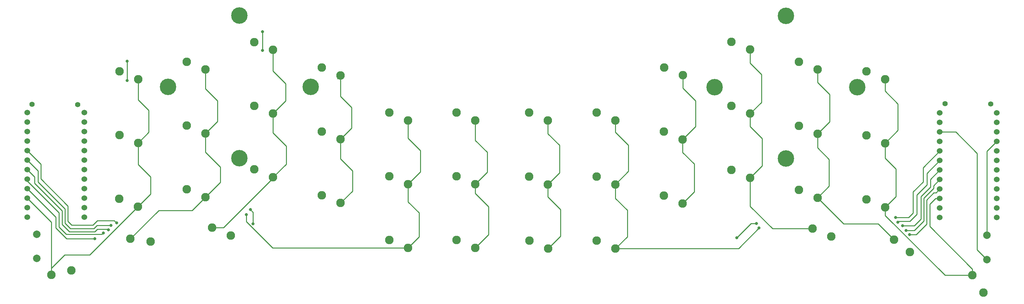
<source format=gbr>
%TF.GenerationSoftware,KiCad,Pcbnew,(6.0.5-0)*%
%TF.CreationDate,2022-06-22T19:04:36-07:00*%
%TF.ProjectId,Swept_3x6,53776570-745f-4337-9836-2e6b69636164,rev?*%
%TF.SameCoordinates,Original*%
%TF.FileFunction,Copper,L1,Top*%
%TF.FilePolarity,Positive*%
%FSLAX46Y46*%
G04 Gerber Fmt 4.6, Leading zero omitted, Abs format (unit mm)*
G04 Created by KiCad (PCBNEW (6.0.5-0)) date 2022-06-22 19:04:36*
%MOMM*%
%LPD*%
G01*
G04 APERTURE LIST*
%TA.AperFunction,ComponentPad*%
%ADD10C,1.524000*%
%TD*%
%TA.AperFunction,ComponentPad*%
%ADD11C,2.282000*%
%TD*%
%TA.AperFunction,ComponentPad*%
%ADD12C,2.000000*%
%TD*%
%TA.AperFunction,ComponentPad*%
%ADD13C,4.400000*%
%TD*%
%TA.AperFunction,ComponentPad*%
%ADD14C,1.397000*%
%TD*%
%TA.AperFunction,ViaPad*%
%ADD15C,0.800000*%
%TD*%
%TA.AperFunction,Conductor*%
%ADD16C,0.250000*%
%TD*%
G04 APERTURE END LIST*
D10*
%TO.P,U1,1,TX*%
%TO.N,unconnected-(U1-Pad1)*%
X277659800Y-49850000D03*
%TO.P,U1,2,RX*%
%TO.N,unconnected-(U1-Pad2)*%
X277659800Y-52390000D03*
%TO.P,U1,3,GND*%
%TO.N,gnd*%
X277659800Y-54930000D03*
%TO.P,U1,4,GND*%
X277659800Y-57470000D03*
%TO.P,U1,5,SDA*%
%TO.N,unconnected-(U1-Pad5)*%
X277659800Y-60010000D03*
%TO.P,U1,6,SCL*%
%TO.N,unconnected-(U1-Pad6)*%
X277659800Y-62550000D03*
%TO.P,U1,7,D4*%
%TO.N,row_0*%
X277659800Y-65090000D03*
%TO.P,U1,8,C6*%
%TO.N,row_1*%
X277659800Y-67630000D03*
%TO.P,U1,9,D7*%
%TO.N,row_2*%
X277659800Y-70170000D03*
%TO.P,U1,10,E6*%
%TO.N,row_3*%
X277659800Y-72710000D03*
%TO.P,U1,11,B4*%
%TO.N,unconnected-(U1-Pad11)*%
X277659800Y-75250000D03*
%TO.P,U1,12,B5*%
%TO.N,unconnected-(U1-Pad12)*%
X277659800Y-77790000D03*
%TO.P,U1,13,B6*%
%TO.N,unconnected-(U1-Pad13)*%
X262439800Y-77790000D03*
%TO.P,U1,14,B2*%
%TO.N,unconnected-(U1-Pad14)*%
X262439800Y-75250000D03*
%TO.P,U1,15,B3*%
%TO.N,col5*%
X262439800Y-72710000D03*
%TO.P,U1,16,B1*%
%TO.N,col4*%
X262439800Y-70170000D03*
%TO.P,U1,17,F7*%
%TO.N,col3*%
X262439800Y-67630000D03*
%TO.P,U1,18,F6*%
%TO.N,col2*%
X262439800Y-65090000D03*
%TO.P,U1,19,F5*%
%TO.N,col1*%
X262439800Y-62550000D03*
%TO.P,U1,20,F4*%
%TO.N,col0*%
X262439800Y-60010000D03*
%TO.P,U1,21,VCC*%
%TO.N,vcc*%
X262439800Y-57470000D03*
%TO.P,U1,22,RST*%
%TO.N,reset*%
X262439800Y-54930000D03*
%TO.P,U1,23,GND*%
%TO.N,gnd*%
X262439800Y-52390000D03*
%TO.P,U1,24,RAW*%
%TO.N,raw*%
X262439800Y-49850000D03*
%TD*%
D11*
%TO.P,SW16,1,1*%
%TO.N,col2*%
X193776600Y-74022800D03*
%TO.P,SW16,2,2*%
%TO.N,Net-(D14-Pad2)*%
X188776600Y-71922800D03*
%TD*%
%TO.P,SW20,1,1*%
%TO.N,col3*%
X228473000Y-80739400D03*
%TO.P,SW20,2,2*%
%TO.N,Net-(D18-Pad2)*%
X233473000Y-82839400D03*
%TD*%
%TO.P,SW15,1,1*%
%TO.N,col1*%
X175818800Y-86037000D03*
%TO.P,SW15,2,2*%
%TO.N,Net-(D13-Pad2)*%
X170818800Y-83937000D03*
%TD*%
%TO.P,SW21,1,1*%
%TO.N,col4*%
X250193032Y-83658238D03*
%TO.P,SW21,2,2*%
%TO.N,Net-(D19-Pad2)*%
X254479142Y-86980777D03*
%TD*%
%TO.P,SW17,1,1*%
%TO.N,col3*%
X211785200Y-67139400D03*
%TO.P,SW17,2,2*%
%TO.N,Net-(D15-Pad2)*%
X206785200Y-65039400D03*
%TD*%
%TO.P,SW18,1,1*%
%TO.N,col4*%
X229793800Y-72498800D03*
%TO.P,SW18,2,2*%
%TO.N,Net-(D16-Pad2)*%
X224793800Y-70398800D03*
%TD*%
%TO.P,SW4,1,1*%
%TO.N,col2*%
X193802000Y-39783600D03*
%TO.P,SW4,2,2*%
%TO.N,Net-(D2-Pad2)*%
X188802000Y-37683600D03*
%TD*%
%TO.P,SW3,1,1*%
%TO.N,col1*%
X175793400Y-51823200D03*
%TO.P,SW3,2,2*%
%TO.N,Net-(D1-Pad2)*%
X170793400Y-49723200D03*
%TD*%
%TO.P,SW9,1,1*%
%TO.N,col1*%
X175793400Y-68917400D03*
%TO.P,SW9,2,2*%
%TO.N,Net-(D7-Pad2)*%
X170793400Y-66817400D03*
%TD*%
%TO.P,SW14,1,1*%
%TO.N,col0*%
X157810200Y-86062400D03*
%TO.P,SW14,2,2*%
%TO.N,Net-(D12-Pad2)*%
X152810200Y-83962400D03*
%TD*%
%TO.P,SW12,1,1*%
%TO.N,col4*%
X229793800Y-55379200D03*
%TO.P,SW12,2,2*%
%TO.N,Net-(D10-Pad2)*%
X224793800Y-53279200D03*
%TD*%
%TO.P,SW11,1,1*%
%TO.N,col3*%
X211785200Y-50019800D03*
%TO.P,SW11,2,2*%
%TO.N,Net-(D9-Pad2)*%
X206785200Y-47919800D03*
%TD*%
%TO.P,SW8,1,1*%
%TO.N,col0*%
X157784800Y-68942800D03*
%TO.P,SW8,2,2*%
%TO.N,Net-(D6-Pad2)*%
X152784800Y-66842800D03*
%TD*%
%TO.P,SW6,1,1*%
%TO.N,col4*%
X229819200Y-38259600D03*
%TO.P,SW6,2,2*%
%TO.N,Net-(D4-Pad2)*%
X224819200Y-36159600D03*
%TD*%
%TO.P,SW5,1,1*%
%TO.N,col3*%
X211810600Y-32925600D03*
%TO.P,SW5,2,2*%
%TO.N,Net-(D3-Pad2)*%
X206810600Y-30825600D03*
%TD*%
%TO.P,SW2,1,1*%
%TO.N,col0*%
X157784800Y-51823200D03*
%TO.P,SW2,2,2*%
%TO.N,Net-(D0-Pad2)*%
X152784800Y-49723200D03*
%TD*%
D12*
%TO.P,RSW1,1,1*%
%TO.N,gnd*%
X275031200Y-82500400D03*
%TO.P,RSW1,2,2*%
%TO.N,reset*%
X275031200Y-89000400D03*
%TD*%
D11*
%TO.P,SW10,1,1*%
%TO.N,col2*%
X193776600Y-56903200D03*
%TO.P,SW10,2,2*%
%TO.N,Net-(D8-Pad2)*%
X188776600Y-54803200D03*
%TD*%
D13*
%TO.P,REF\u002A\u002A,1*%
%TO.N,N/C*%
X240352000Y-42936000D03*
X202252000Y-42936000D03*
X221302000Y-23886000D03*
X221302000Y-61986000D03*
%TD*%
D10*
%TO.P,U2,1,TX*%
%TO.N,unconnected-(U2-Pad1)*%
X33942000Y-49722800D03*
%TO.P,U2,2,RX*%
%TO.N,unconnected-(U2-Pad2)*%
X33942000Y-52262800D03*
%TO.P,U2,3,GND*%
%TO.N,gnd_r*%
X33942000Y-54802800D03*
%TO.P,U2,4,GND*%
X33942000Y-57342800D03*
%TO.P,U2,5,SDA*%
%TO.N,unconnected-(U2-Pad5)*%
X33942000Y-59882800D03*
%TO.P,U2,6,SCL*%
%TO.N,unconnected-(U2-Pad6)*%
X33942000Y-62422800D03*
%TO.P,U2,7,D4*%
%TO.N,row_0r*%
X33942000Y-64962800D03*
%TO.P,U2,8,C6*%
%TO.N,row_1r*%
X33942000Y-67502800D03*
%TO.P,U2,9,D7*%
%TO.N,row_2r*%
X33942000Y-70042800D03*
%TO.P,U2,10,E6*%
%TO.N,row_3r*%
X33942000Y-72582800D03*
%TO.P,U2,11,B4*%
%TO.N,unconnected-(U2-Pad11)*%
X33942000Y-75122800D03*
%TO.P,U2,12,B5*%
%TO.N,unconnected-(U2-Pad12)*%
X33942000Y-77662800D03*
%TO.P,U2,13,B6*%
%TO.N,unconnected-(U2-Pad13)*%
X18722000Y-77662800D03*
%TO.P,U2,14,B2*%
%TO.N,unconnected-(U2-Pad14)*%
X18722000Y-75122800D03*
%TO.P,U2,15,B3*%
%TO.N,col5r*%
X18722000Y-72582800D03*
%TO.P,U2,16,B1*%
%TO.N,col4r*%
X18722000Y-70042800D03*
%TO.P,U2,17,F7*%
%TO.N,col3r*%
X18722000Y-67502800D03*
%TO.P,U2,18,F6*%
%TO.N,col2r*%
X18722000Y-64962800D03*
%TO.P,U2,19,F5*%
%TO.N,col1r*%
X18722000Y-62422800D03*
%TO.P,U2,20,F4*%
%TO.N,col0r*%
X18722000Y-59882800D03*
%TO.P,U2,21,VCC*%
%TO.N,vcc_r*%
X18722000Y-57342800D03*
%TO.P,U2,22,RST*%
%TO.N,reset_r*%
X18722000Y-54802800D03*
%TO.P,U2,23,GND*%
%TO.N,gnd_r*%
X18722000Y-52262800D03*
%TO.P,U2,24,RAW*%
%TO.N,raw_r*%
X18722000Y-49722800D03*
%TD*%
D11*
%TO.P,SW17_r1,1,1*%
%TO.N,col3r*%
X84378800Y-67012400D03*
%TO.P,SW17_r1,2,2*%
%TO.N,Net-(SW17_r1-Pad2)*%
X79378800Y-64912400D03*
%TD*%
%TO.P,SW11_r1,1,1*%
%TO.N,col3r*%
X84353400Y-50019800D03*
%TO.P,SW11_r1,2,2*%
%TO.N,Net-(SW11_r1-Pad2)*%
X79353400Y-47919800D03*
%TD*%
%TO.P,SW15_r1,1,1*%
%TO.N,col1r*%
X120396000Y-85859200D03*
%TO.P,SW15_r1,2,2*%
%TO.N,Net-(Dr13-Pad2)*%
X115396000Y-83759200D03*
%TD*%
%TO.P,SW18_r1,1,1*%
%TO.N,col4r*%
X66344800Y-72321000D03*
%TO.P,SW18_r1,2,2*%
%TO.N,Net-(SW18_r1-Pad2)*%
X61344800Y-70221000D03*
%TD*%
%TO.P,SW6_r1,1,1*%
%TO.N,col4r*%
X66344800Y-38259600D03*
%TO.P,SW6_r1,2,2*%
%TO.N,Net-(Dr4-Pad2)*%
X61344800Y-36159600D03*
%TD*%
%TO.P,SW5_r1,1,1*%
%TO.N,col3r*%
X84378800Y-33001800D03*
%TO.P,SW5_r1,2,2*%
%TO.N,Net-(SW5_r1-Pad2)*%
X79378800Y-30901800D03*
%TD*%
%TO.P,SW2_r1,1,1*%
%TO.N,col0r*%
X138404600Y-51874000D03*
%TO.P,SW2_r1,2,2*%
%TO.N,Net-(Dr0-Pad2)*%
X133404600Y-49774000D03*
%TD*%
%TO.P,SW16_r1,1,1*%
%TO.N,col2r*%
X102412800Y-73895800D03*
%TO.P,SW16_r1,2,2*%
%TO.N,Net-(SW16_r1-Pad2)*%
X97412800Y-71795800D03*
%TD*%
%TO.P,SW4_r1,1,1*%
%TO.N,col2r*%
X102387400Y-39834400D03*
%TO.P,SW4_r1,2,2*%
%TO.N,Net-(Dr2-Pad2)*%
X97387400Y-37734400D03*
%TD*%
%TO.P,SW13_r1,1,1*%
%TO.N,col5r*%
X48336200Y-57843000D03*
%TO.P,SW13_r1,2,2*%
%TO.N,Net-(Dr11-Pad2)*%
X43336200Y-55743000D03*
%TD*%
%TO.P,SW12_r1,1,1*%
%TO.N,col4r*%
X66344800Y-55328400D03*
%TO.P,SW12_r1,2,2*%
%TO.N,Net-(Dr10-Pad2)*%
X61344800Y-53228400D03*
%TD*%
%TO.P,SW3_r1,1,1*%
%TO.N,col1r*%
X120396000Y-51874000D03*
%TO.P,SW3_r1,2,2*%
%TO.N,Net-(SW3_r1-Pad2)*%
X115396000Y-49774000D03*
%TD*%
%TO.P,SW8_r1,1,1*%
%TO.N,col0r*%
X138379200Y-68866600D03*
%TO.P,SW8_r1,2,2*%
%TO.N,Net-(SW8_r1-Pad2)*%
X133379200Y-66766600D03*
%TD*%
%TO.P,SW21_r1,1,1*%
%TO.N,col4r*%
X46250368Y-83455038D03*
%TO.P,SW21_r1,2,2*%
%TO.N,Net-(SW21_r1-Pad2)*%
X51623517Y-84189387D03*
%TD*%
%TO.P,SW9_r1,1,1*%
%TO.N,col1r*%
X120396000Y-68866600D03*
%TO.P,SW9_r1,2,2*%
%TO.N,Net-(SW9_r1-Pad2)*%
X115396000Y-66766600D03*
%TD*%
%TO.P,SW20_r1,1,1*%
%TO.N,col3r*%
X68072000Y-80510800D03*
%TO.P,SW20_r1,2,2*%
%TO.N,Net-(Dr18-Pad2)*%
X73072000Y-82610800D03*
%TD*%
%TO.P,SW7_r1,1,1*%
%TO.N,col5r*%
X48336200Y-40850400D03*
%TO.P,SW7_r1,2,2*%
%TO.N,Net-(Dr5-Pad2)*%
X43336200Y-38750400D03*
%TD*%
D13*
%TO.P,REF\u002A\u002A,1*%
%TO.N,N/C*%
X94407400Y-42878400D03*
X56307400Y-42878400D03*
X75357400Y-61928400D03*
X75357400Y-23828400D03*
%TD*%
D12*
%TO.P,RSW2,1,1*%
%TO.N,gnd_r*%
X21285200Y-88721000D03*
%TO.P,RSW2,2,2*%
%TO.N,reset_r*%
X21285200Y-82221000D03*
%TD*%
D11*
%TO.P,SW13,1,1*%
%TO.N,col5*%
X247827800Y-57944600D03*
%TO.P,SW13,2,2*%
%TO.N,Net-(D11-Pad2)*%
X242827800Y-55844600D03*
%TD*%
%TO.P,SW22,1,1*%
%TO.N,col5*%
X271150901Y-93211003D03*
%TO.P,SW22,2,2*%
%TO.N,Net-(D20-Pad2)*%
X274042151Y-97799104D03*
%TD*%
%TO.P,SW19,1,1*%
%TO.N,col5*%
X247827800Y-75064200D03*
%TO.P,SW19,2,2*%
%TO.N,Net-(D17-Pad2)*%
X242827800Y-72964200D03*
%TD*%
%TO.P,SW19_r1,1,1*%
%TO.N,col5r*%
X48310800Y-74861000D03*
%TO.P,SW19_r1,2,2*%
%TO.N,Net-(Dr17-Pad2)*%
X43310800Y-72761000D03*
%TD*%
D14*
%TO.P,+,1,1*%
%TO.N,BT+*%
X263855200Y-47396400D03*
%TD*%
D11*
%TO.P,SW10_r1,1,1*%
%TO.N,col2r*%
X102387400Y-56877800D03*
%TO.P,SW10_r1,2,2*%
%TO.N,Net-(SW10_r1-Pad2)*%
X97387400Y-54777800D03*
%TD*%
%TO.P,SW22_r1,1,1*%
%TO.N,col5r*%
X25200435Y-93078933D03*
%TO.P,SW22_r1,2,2*%
%TO.N,Net-(Dr20-Pad2)*%
X30500706Y-91931270D03*
%TD*%
D14*
%TO.P,-,1,1*%
%TO.N,gnd*%
X275996400Y-47447200D03*
%TD*%
%TO.P,+,1,1*%
%TO.N,BT+_r*%
X20040600Y-47574200D03*
%TD*%
D11*
%TO.P,SW14_r1,1,1*%
%TO.N,col0r*%
X138379200Y-85884600D03*
%TO.P,SW14_r1,2,2*%
%TO.N,Net-(Dr12-Pad2)*%
X133379200Y-83784600D03*
%TD*%
%TO.P,SW7,1,1*%
%TO.N,col5*%
X247827800Y-40825000D03*
%TO.P,SW7,2,2*%
%TO.N,Net-(D5-Pad2)*%
X242827800Y-38725000D03*
%TD*%
D14*
%TO.P,-,1,1*%
%TO.N,gnd_r*%
X32207200Y-47625000D03*
%TD*%
D15*
%TO.N,col0*%
X208178400Y-83185000D03*
X250596400Y-77749400D03*
X213436200Y-79349600D03*
%TO.N,col1*%
X251231400Y-79070200D03*
X214172800Y-80568800D03*
%TO.N,col2*%
X252526800Y-79933800D03*
%TO.N,col3*%
X253390400Y-81254600D03*
%TO.N,col4*%
X254381000Y-82296000D03*
%TO.N,row_0r*%
X81534000Y-33172400D03*
X81534000Y-28168600D03*
X45389800Y-36042600D03*
X45389800Y-41173400D03*
%TO.N,col0r*%
X79044800Y-79425800D03*
X78308200Y-75641200D03*
X42595800Y-79222600D03*
%TO.N,col1r*%
X77241400Y-77038200D03*
X41122600Y-79883000D03*
%TO.N,col2r*%
X40411400Y-81051400D03*
%TO.N,col3r*%
X39039800Y-81889600D03*
%TO.N,col4r*%
X36779200Y-83464400D03*
%TD*%
D16*
%TO.N,gnd*%
X275031200Y-82500400D02*
X275031200Y-60098600D01*
X275031200Y-60098600D02*
X277659800Y-57470000D01*
%TO.N,reset*%
X272389600Y-60629800D02*
X272389600Y-86358800D01*
X272389600Y-86358800D02*
X275031200Y-89000400D01*
X262439800Y-54930000D02*
X266689800Y-54930000D01*
X266689800Y-54930000D02*
X272389600Y-60629800D01*
%TO.N,col0*%
X160883600Y-58496200D02*
X160883600Y-65844000D01*
X208178400Y-83185000D02*
X212013800Y-79349600D01*
X161137600Y-82735000D02*
X157810200Y-86062400D01*
X161137600Y-75641200D02*
X161137600Y-82735000D01*
X160883600Y-65844000D02*
X157784800Y-68942800D01*
X255295400Y-70942200D02*
X257987800Y-68249800D01*
X257987800Y-68249800D02*
X257987800Y-64462000D01*
X157784800Y-55397400D02*
X160883600Y-58496200D01*
X157784800Y-51823200D02*
X157784800Y-55397400D01*
X255295400Y-76555600D02*
X255295400Y-70942200D01*
X157784800Y-68942800D02*
X157784800Y-72288400D01*
X257987800Y-64462000D02*
X262439800Y-60010000D01*
X212013800Y-79349600D02*
X213436200Y-79349600D01*
X157784800Y-72288400D02*
X161137600Y-75641200D01*
X254101600Y-77749400D02*
X255295400Y-76555600D01*
X250596400Y-77749400D02*
X254101600Y-77749400D01*
%TO.N,col1*%
X178968400Y-75844400D02*
X178968400Y-82887400D01*
X175818800Y-86037000D02*
X208704600Y-86037000D01*
X254431800Y-78816200D02*
X256336800Y-76911200D01*
X179273200Y-65437600D02*
X175793400Y-68917400D01*
X208704600Y-86037000D02*
X214172800Y-80568800D01*
X251485400Y-78816200D02*
X254431800Y-78816200D01*
X175793400Y-51823200D02*
X175793400Y-54991000D01*
X259003800Y-69062600D02*
X259003800Y-65986000D01*
X178968400Y-82887400D02*
X175818800Y-86037000D01*
X179273200Y-58470800D02*
X179273200Y-65437600D01*
X256336800Y-76911200D02*
X256336800Y-71729600D01*
X175793400Y-72669400D02*
X178968400Y-75844400D01*
X175793400Y-54991000D02*
X179273200Y-58470800D01*
X256336800Y-71729600D02*
X259003800Y-69062600D01*
X175793400Y-68917400D02*
X175793400Y-72669400D01*
X259003800Y-65986000D02*
X262439800Y-62550000D01*
X251231400Y-79070200D02*
X251485400Y-78816200D01*
%TO.N,col2*%
X193802000Y-39936000D02*
X194290000Y-39936000D01*
X252526800Y-79933800D02*
X255625600Y-79933800D01*
X193776600Y-60375800D02*
X196875400Y-63474600D01*
X197231000Y-53448800D02*
X193776600Y-56903200D01*
X193776600Y-56903200D02*
X193776600Y-60375800D01*
X257403600Y-72136000D02*
X259918200Y-69621400D01*
X259918200Y-69621400D02*
X259918200Y-67611600D01*
X259918200Y-67611600D02*
X262439800Y-65090000D01*
X196875400Y-70924000D02*
X193776600Y-74022800D01*
X196875400Y-63474600D02*
X196875400Y-70924000D01*
X193802000Y-39783600D02*
X193802000Y-43180000D01*
X193802000Y-43180000D02*
X197231000Y-46609000D01*
X257403600Y-78155800D02*
X257403600Y-72136000D01*
X255625600Y-79933800D02*
X257403600Y-78155800D01*
X197231000Y-46609000D02*
X197231000Y-53448800D01*
%TO.N,col3*%
X255600200Y-81254600D02*
X258140200Y-78714600D01*
X217747000Y-80739400D02*
X228473000Y-80739400D01*
X258140200Y-78714600D02*
X258140200Y-72618600D01*
X214985600Y-56692800D02*
X214985600Y-63939000D01*
X214807800Y-46997200D02*
X211785200Y-50019800D01*
X260756400Y-70002400D02*
X260781800Y-70002400D01*
X253390400Y-81254600D02*
X255600200Y-81254600D01*
X260781800Y-70002400D02*
X260781800Y-69288000D01*
X211785200Y-67139400D02*
X211785200Y-74777600D01*
X260781800Y-69288000D02*
X262439800Y-67630000D01*
X214807800Y-39547800D02*
X214807800Y-46997200D01*
X211810600Y-32925600D02*
X211810600Y-36550600D01*
X211785200Y-53492400D02*
X214985600Y-56692800D01*
X211785200Y-50019800D02*
X211785200Y-53492400D01*
X214985600Y-63939000D02*
X211785200Y-67139400D01*
X211810600Y-36550600D02*
X214807800Y-39547800D01*
X211785200Y-74777600D02*
X217747000Y-80739400D01*
X258140200Y-72618600D02*
X260756400Y-70002400D01*
%TO.N,col4*%
X254381000Y-82296000D02*
X256159000Y-82296000D01*
X260807200Y-71170800D02*
X261439000Y-71170800D01*
X232892600Y-62230000D02*
X232892600Y-69400000D01*
X229819200Y-41681400D02*
X233019600Y-44881800D01*
X258902200Y-73075800D02*
X260807200Y-71170800D01*
X258902200Y-79552800D02*
X258902200Y-73075800D01*
X261439000Y-71170800D02*
X262439800Y-70170000D01*
X229793800Y-59131200D02*
X232892600Y-62230000D01*
X229819200Y-38259600D02*
X229819200Y-41681400D01*
X256159000Y-82296000D02*
X258902200Y-79552800D01*
X233019600Y-52153400D02*
X229793800Y-55379200D01*
X236746200Y-79451200D02*
X245985994Y-79451200D01*
X229793800Y-55379200D02*
X229793800Y-59131200D01*
X232892600Y-69400000D02*
X229793800Y-72498800D01*
X233019600Y-44881800D02*
X233019600Y-52153400D01*
X229793800Y-72498800D02*
X236746200Y-79451200D01*
X245985994Y-79451200D02*
X250193032Y-83658238D01*
%TO.N,col5*%
X250723400Y-64795400D02*
X250723400Y-72168600D01*
X271150901Y-91522101D02*
X259765800Y-80137000D01*
X247827800Y-57944600D02*
X247827800Y-61899800D01*
X263797403Y-93211003D02*
X271150901Y-93211003D01*
X250723400Y-72168600D02*
X247827800Y-75064200D01*
X251256800Y-54515600D02*
X247827800Y-57944600D01*
X247827800Y-61899800D02*
X250723400Y-64795400D01*
X251256800Y-47447200D02*
X251256800Y-54515600D01*
X259765800Y-74244200D02*
X261300000Y-72710000D01*
X247827800Y-40825000D02*
X247827800Y-44018200D01*
X247827800Y-77241400D02*
X263797403Y-93211003D01*
X247827800Y-44018200D02*
X251256800Y-47447200D01*
X259765800Y-80137000D02*
X259765800Y-74244200D01*
X261300000Y-72710000D02*
X262439800Y-72710000D01*
X247827800Y-75064200D02*
X247827800Y-77241400D01*
X271150901Y-93211003D02*
X271150901Y-91522101D01*
%TO.N,row_0r*%
X45389800Y-36042600D02*
X45389800Y-41173400D01*
X81534000Y-28168600D02*
X81534000Y-33172400D01*
%TO.N,col0r*%
X22352000Y-63512800D02*
X18722000Y-59882800D01*
X29591000Y-78740000D02*
X29591000Y-74676000D01*
X138404600Y-57175400D02*
X141554200Y-60325000D01*
X36245800Y-79756000D02*
X30607000Y-79756000D01*
X29591000Y-74676000D02*
X22352000Y-67437000D01*
X37414200Y-78587600D02*
X36245800Y-79756000D01*
X22352000Y-67437000D02*
X22352000Y-63512800D01*
X30607000Y-79756000D02*
X29591000Y-78740000D01*
X79044800Y-79425800D02*
X79044800Y-76377800D01*
X42595800Y-79222600D02*
X41960800Y-78587600D01*
X138379200Y-68866600D02*
X138379200Y-71323200D01*
X79044800Y-76377800D02*
X78308200Y-75641200D01*
X141960600Y-74904600D02*
X141960600Y-82303200D01*
X138404600Y-51874000D02*
X138404600Y-57175400D01*
X41960800Y-78587600D02*
X37414200Y-78587600D01*
X138379200Y-71323200D02*
X141960600Y-74904600D01*
X141554200Y-65691600D02*
X138379200Y-68866600D01*
X141960600Y-82303200D02*
X138379200Y-85884600D01*
X141554200Y-60325000D02*
X141554200Y-65691600D01*
%TO.N,col1r*%
X81076800Y-82702400D02*
X77241400Y-78867000D01*
X84233600Y-85859200D02*
X81076800Y-82702400D01*
X41122600Y-79883000D02*
X37338000Y-79883000D01*
X120396000Y-73583800D02*
X123342400Y-76530200D01*
X123342400Y-82912800D02*
X120396000Y-85859200D01*
X21615400Y-65316200D02*
X18722000Y-62422800D01*
X123342400Y-76530200D02*
X123342400Y-82912800D01*
X28778200Y-75438000D02*
X21615400Y-68275200D01*
X77241400Y-78867000D02*
X77241400Y-77038200D01*
X37338000Y-79883000D02*
X36499800Y-80721200D01*
X120396000Y-85859200D02*
X84233600Y-85859200D01*
X123723400Y-59893200D02*
X123723400Y-65539200D01*
X36499800Y-80721200D02*
X30251400Y-80721200D01*
X30251400Y-80721200D02*
X28778200Y-79248000D01*
X120396000Y-68866600D02*
X120396000Y-73583800D01*
X123723400Y-65539200D02*
X120396000Y-68866600D01*
X21615400Y-68275200D02*
X21615400Y-65316200D01*
X120396000Y-51874000D02*
X120396000Y-56565800D01*
X120396000Y-56565800D02*
X123723400Y-59893200D01*
X28778200Y-79248000D02*
X28778200Y-75438000D01*
%TO.N,col2r*%
X20675600Y-66916400D02*
X20675600Y-68630800D01*
X102387400Y-56877800D02*
X102387400Y-62128400D01*
X105359200Y-53906000D02*
X102387400Y-56877800D01*
X40259000Y-80899000D02*
X40411400Y-81051400D01*
X28016200Y-79654400D02*
X29972000Y-81610200D01*
X29972000Y-81610200D02*
X36753800Y-81610200D01*
X18722000Y-64962800D02*
X20675600Y-66916400D01*
X37465000Y-80899000D02*
X40259000Y-80899000D01*
X28016200Y-75971400D02*
X28016200Y-79654400D01*
X101543099Y-40714701D02*
X102379400Y-39878400D01*
X102387400Y-39834400D02*
X102387400Y-45415200D01*
X102387400Y-45415200D02*
X105359200Y-48387000D01*
X20675600Y-68630800D02*
X28016200Y-75971400D01*
X102387400Y-62128400D02*
X105562400Y-65303400D01*
X36753800Y-81610200D02*
X37465000Y-80899000D01*
X105562400Y-65303400D02*
X105562400Y-70746200D01*
X105562400Y-70746200D02*
X102412800Y-73895800D01*
X105359200Y-48387000D02*
X105359200Y-53906000D01*
%TO.N,col3r*%
X71101800Y-80510800D02*
X68072000Y-80510800D01*
X84353400Y-55143400D02*
X87884000Y-58674000D01*
X38658800Y-82270600D02*
X39039800Y-81889600D01*
X84378800Y-38684200D02*
X87757000Y-42062400D01*
X18722000Y-67986453D02*
X27228800Y-76493253D01*
X18722000Y-67502800D02*
X18722000Y-67986453D01*
X84378800Y-67233800D02*
X71101800Y-80510800D01*
X87884000Y-63507200D02*
X84378800Y-67012400D01*
X87757000Y-42062400D02*
X87757000Y-46616200D01*
X29438600Y-82270600D02*
X38658800Y-82270600D01*
X27228800Y-76493253D02*
X27228800Y-80340200D01*
X83652400Y-32878400D02*
X84353400Y-32878400D01*
X87757000Y-46616200D02*
X84353400Y-50019800D01*
X87884000Y-58674000D02*
X87884000Y-63507200D01*
X84353400Y-50019800D02*
X84353400Y-55143400D01*
X27228800Y-80340200D02*
X29159200Y-82270600D01*
X84378800Y-67012400D02*
X84378800Y-67233800D01*
X84378800Y-33001800D02*
X84378800Y-38684200D01*
X29159200Y-82270600D02*
X29438600Y-82270600D01*
%TO.N,col4r*%
X62796000Y-75869800D02*
X53835606Y-75869800D01*
X70307200Y-68358600D02*
X66344800Y-72321000D01*
X66344800Y-43408600D02*
X69545200Y-46609000D01*
X53835606Y-75869800D02*
X46250368Y-83455038D01*
X29260800Y-83464400D02*
X26314400Y-80518000D01*
X26314400Y-77635200D02*
X18722000Y-70042800D01*
X66344800Y-60299600D02*
X70307200Y-64262000D01*
X70307200Y-64262000D02*
X70307200Y-68358600D01*
X69545200Y-52128000D02*
X66344800Y-55328400D01*
X69545200Y-46609000D02*
X69545200Y-52128000D01*
X66344800Y-72321000D02*
X62796000Y-75869800D01*
X66344800Y-38259600D02*
X66344800Y-43408600D01*
X26314400Y-80518000D02*
X26314400Y-77635200D01*
X66344800Y-55328400D02*
X66344800Y-60299600D01*
X36779200Y-83464400D02*
X29260800Y-83464400D01*
%TO.N,col5r*%
X51638200Y-71533600D02*
X48310800Y-74861000D01*
X48303600Y-74861000D02*
X35382200Y-87782400D01*
X48336200Y-40850400D02*
X48336200Y-46329600D01*
X48336200Y-57843000D02*
X48336200Y-63601600D01*
X51155600Y-55023600D02*
X48336200Y-57843000D01*
X51638200Y-66903600D02*
X51638200Y-71533600D01*
X25200435Y-91334765D02*
X25200435Y-93078933D01*
X25200435Y-79061235D02*
X25200435Y-93078933D01*
X18722000Y-72582800D02*
X25200435Y-79061235D01*
X48336200Y-46329600D02*
X51155600Y-49149000D01*
X51155600Y-49149000D02*
X51155600Y-55023600D01*
X48310800Y-74861000D02*
X48303600Y-74861000D01*
X48336200Y-63601600D02*
X51638200Y-66903600D01*
X28752800Y-87782400D02*
X25200435Y-91334765D01*
X35382200Y-87782400D02*
X28752800Y-87782400D01*
%TD*%
M02*

</source>
